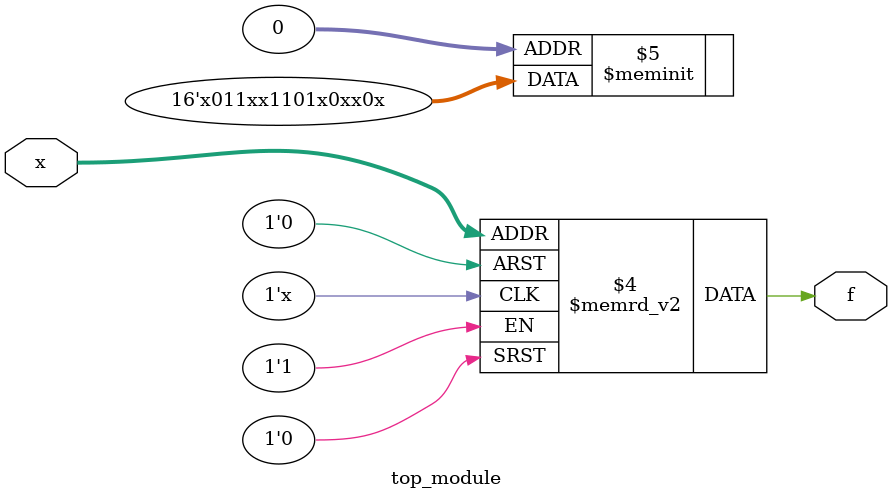
<source format=sv>
module top_module (
    input [4:1] x,
    output logic f
);

    always_comb begin
        case (x)
            4'b0000: f = 1'bx; // don't care
            4'b0001: f = 1'b0;
            4'b0010: f = 1'bx; // don't care
            4'b0011: f = 1'bx; // don't care
            4'b0100: f = 1'b0;
            4'b0101: f = 1'bx; // don't care
            4'b0110: f = 1'b1;
            4'b0111: f = 1'b0;
            4'b1000: f = 1'b1;
            4'b1001: f = 1'b1;
            4'b1010: f = 1'bx; // don't care
            4'b1011: f = 1'bx; // don't care
            4'b1100: f = 1'b1;
            4'b1101: f = 1'b1;
            4'b1110: f = 1'b0;
            4'b1111: f = 1'bx; // don't care
            default: f = 1'bx; // default to don't care
        endcase
    end

endmodule

</source>
